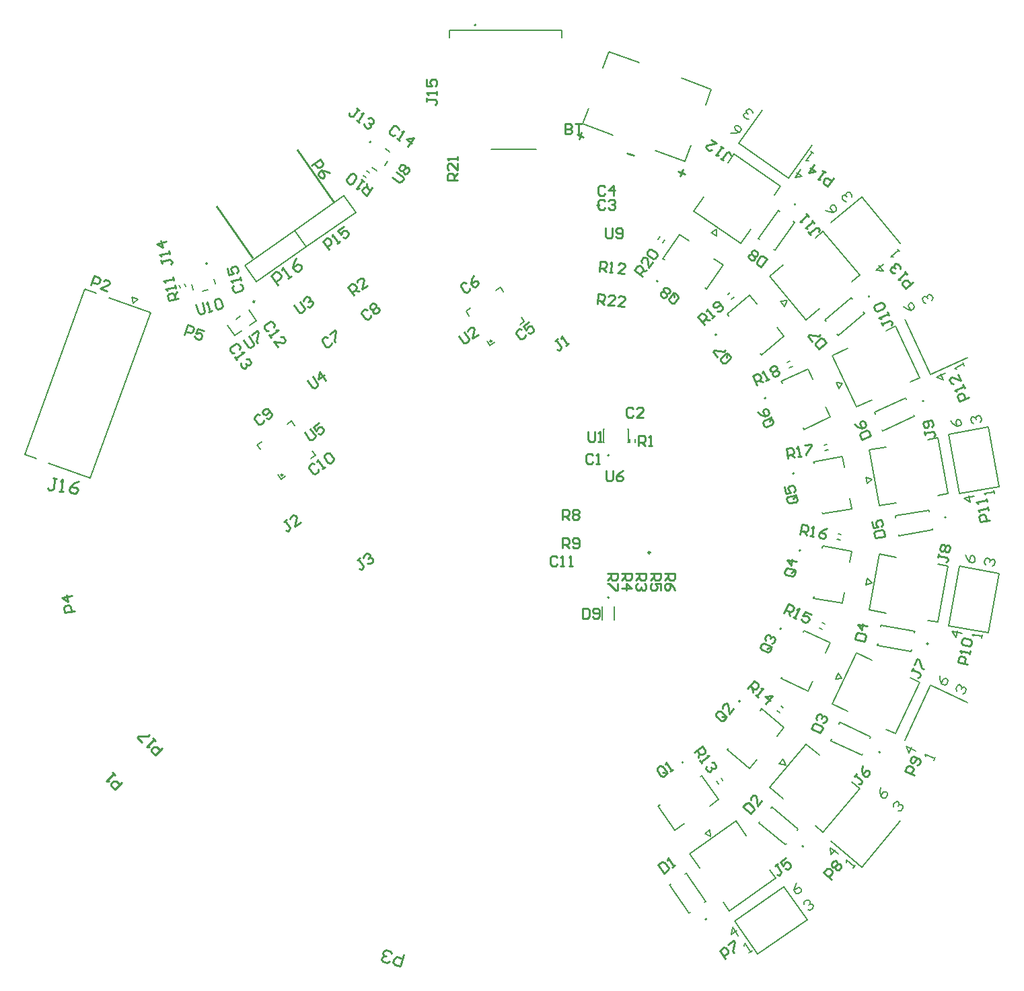
<source format=gto>
G04*
G04 #@! TF.GenerationSoftware,Altium Limited,CircuitStudio,1.5.2 (30)*
G04*
G04 Layer_Color=15065295*
%FSLAX25Y25*%
%MOIN*%
G70*
G01*
G75*
%ADD10C,0.01000*%
%ADD116C,0.00787*%
%ADD117C,0.00600*%
%ADD118C,0.00500*%
%ADD119C,0.00800*%
D10*
X1060098Y417333D02*
G03*
X1060098Y417333I-500J0D01*
G01*
X1034912Y589380D02*
G03*
X1034912Y589380I-500J0D01*
G01*
X878041Y455818D02*
G03*
X878041Y455818I-424J0D01*
G01*
X981531Y522134D02*
G03*
X981531Y522134I-424J0D01*
G01*
X845207Y588916D02*
X863047Y563439D01*
X885197Y616918D02*
X903037Y591440D01*
X1033900Y540500D02*
X1034336Y545479D01*
X1036825Y545261D01*
X1037583Y544359D01*
X1037437Y542699D01*
X1036535Y541942D01*
X1034045Y542160D01*
X1035705Y542015D02*
X1037220Y540210D01*
X1042199Y539774D02*
X1038879Y540064D01*
X1042489Y543093D01*
X1042562Y543923D01*
X1041805Y544826D01*
X1040145Y544971D01*
X1039242Y544214D01*
X1047178Y539338D02*
X1043859Y539629D01*
X1047469Y542658D01*
X1047541Y543488D01*
X1046784Y544390D01*
X1045124Y544535D01*
X1044222Y543778D01*
X1034800Y556700D02*
X1035236Y561679D01*
X1037725Y561461D01*
X1038483Y560559D01*
X1038337Y558899D01*
X1037435Y558142D01*
X1034945Y558360D01*
X1036605Y558215D02*
X1038120Y556410D01*
X1039779Y556264D02*
X1041439Y556119D01*
X1040609Y556192D01*
X1041045Y561171D01*
X1040142Y560414D01*
X1047248Y555611D02*
X1043929Y555901D01*
X1047539Y558930D01*
X1047611Y559760D01*
X1046854Y560663D01*
X1045194Y560808D01*
X1044292Y560051D01*
X875700Y549800D02*
X872260Y554713D01*
X874716Y556433D01*
X876109Y556188D01*
X877255Y554550D01*
X877010Y553158D01*
X874553Y551438D01*
X880613Y553240D02*
X882251Y554387D01*
X881432Y553814D01*
X877992Y558727D01*
X877746Y557335D01*
X884543Y563314D02*
X883479Y561348D01*
X882988Y558564D01*
X884134Y556926D01*
X885527Y556681D01*
X887164Y557828D01*
X887410Y559220D01*
X886837Y560039D01*
X885444Y560284D01*
X882988Y558564D01*
X1056400Y554400D02*
X1052306Y557267D01*
X1053739Y559314D01*
X1054899Y559519D01*
X1056264Y558563D01*
X1056469Y557403D01*
X1055035Y555356D01*
X1055991Y556720D02*
X1058311Y557130D01*
X1061178Y561224D02*
X1059267Y558494D01*
X1058449Y563135D01*
X1057766Y563613D01*
X1056606Y563409D01*
X1055650Y562044D01*
X1055855Y560884D01*
X1058722Y564978D02*
X1058517Y566138D01*
X1059473Y567503D01*
X1060633Y567708D01*
X1063363Y565796D01*
X1063567Y564636D01*
X1062612Y563271D01*
X1061452Y563067D01*
X1058722Y564978D01*
X1086900Y530400D02*
X1083687Y534229D01*
X1085602Y535835D01*
X1086775Y535733D01*
X1087846Y534456D01*
X1087743Y533283D01*
X1085829Y531676D01*
X1087105Y532747D02*
X1089453Y532542D01*
X1090729Y533613D02*
X1092005Y534684D01*
X1091367Y534148D01*
X1088154Y537977D01*
X1088052Y536804D01*
X1093384Y536929D02*
X1094558Y536826D01*
X1095834Y537897D01*
X1095937Y539070D01*
X1093795Y541623D01*
X1092621Y541726D01*
X1091345Y540655D01*
X1091242Y539481D01*
X1091778Y538843D01*
X1092951Y538740D01*
X1094866Y540347D01*
X1112900Y500400D02*
X1110788Y504930D01*
X1113053Y505986D01*
X1114160Y505583D01*
X1114864Y504073D01*
X1114461Y502966D01*
X1112196Y501910D01*
X1113706Y502614D02*
X1115920Y501808D01*
X1117430Y502512D02*
X1118940Y503217D01*
X1118185Y502865D01*
X1116073Y507395D01*
X1115670Y506287D01*
X1119445Y508048D02*
X1119848Y509155D01*
X1121358Y509859D01*
X1122465Y509456D01*
X1122817Y508701D01*
X1122414Y507594D01*
X1123521Y507191D01*
X1123873Y506436D01*
X1123470Y505329D01*
X1121960Y504625D01*
X1120853Y505028D01*
X1120501Y505783D01*
X1120904Y506890D01*
X1119797Y507293D01*
X1119445Y508048D01*
X1120904Y506890D02*
X1122414Y507594D01*
X1128400Y463900D02*
X1127532Y468822D01*
X1129993Y469256D01*
X1130958Y468581D01*
X1131248Y466940D01*
X1130572Y465975D01*
X1128111Y465541D01*
X1129751Y465830D02*
X1131682Y464479D01*
X1133322Y464768D02*
X1134963Y465057D01*
X1134143Y464913D01*
X1133275Y469835D01*
X1132599Y468870D01*
X1136557Y470414D02*
X1139838Y470992D01*
X1139983Y470172D01*
X1137280Y466312D01*
X1137424Y465491D01*
X1134400Y426400D02*
X1135268Y431322D01*
X1137729Y430889D01*
X1138405Y429923D01*
X1138116Y428283D01*
X1137150Y427607D01*
X1134689Y428041D01*
X1136330Y427751D02*
X1137682Y425821D01*
X1139322Y425532D02*
X1140963Y425243D01*
X1140143Y425387D01*
X1141011Y430310D01*
X1140046Y429634D01*
X1147574Y429152D02*
X1145789Y428621D01*
X1143859Y427270D01*
X1143569Y425629D01*
X1144245Y424664D01*
X1145886Y424375D01*
X1146851Y425050D01*
X1146995Y425871D01*
X1146320Y426836D01*
X1143859Y427270D01*
X1126400Y387400D02*
X1128512Y391930D01*
X1130777Y390874D01*
X1131180Y389767D01*
X1130476Y388257D01*
X1129369Y387854D01*
X1127104Y388910D01*
X1128614Y388206D02*
X1129420Y385992D01*
X1130930Y385288D02*
X1132440Y384583D01*
X1131685Y384935D01*
X1133797Y389466D01*
X1132690Y389063D01*
X1139838Y386649D02*
X1136817Y388057D01*
X1135761Y385792D01*
X1137623Y385843D01*
X1138378Y385491D01*
X1138781Y384384D01*
X1138077Y382874D01*
X1136970Y382471D01*
X1135460Y383175D01*
X1135057Y384282D01*
X1108400Y349900D02*
X1111613Y353729D01*
X1113527Y352122D01*
X1113630Y350949D01*
X1112559Y349673D01*
X1111386Y349570D01*
X1109471Y351176D01*
X1110747Y350105D02*
X1110953Y347758D01*
X1112229Y346687D02*
X1113505Y345616D01*
X1112867Y346152D01*
X1116080Y349981D01*
X1114906Y349878D01*
X1117334Y342403D02*
X1120547Y346232D01*
X1117026Y345924D01*
X1119579Y343782D01*
X1081900Y318400D02*
X1085994Y321267D01*
X1087428Y319220D01*
X1087223Y318059D01*
X1085859Y317104D01*
X1084698Y317308D01*
X1083265Y319356D01*
X1084221Y317991D02*
X1083811Y315670D01*
X1084767Y314306D02*
X1085723Y312941D01*
X1085245Y313623D01*
X1089339Y316490D01*
X1088179Y316695D01*
X1090568Y313283D02*
X1091728Y313078D01*
X1092684Y311713D01*
X1092479Y310553D01*
X1091797Y310075D01*
X1090637Y310280D01*
X1090159Y310962D01*
X1090637Y310280D01*
X1090432Y309120D01*
X1089750Y308642D01*
X1088590Y308846D01*
X1087634Y310211D01*
X1087838Y311371D01*
X937900Y217900D02*
X936348Y212106D01*
X933451Y212882D01*
X932744Y214107D01*
X933261Y216038D01*
X934486Y216745D01*
X937383Y215969D01*
X930813Y214624D02*
X929588Y213917D01*
X927657Y214435D01*
X926950Y215659D01*
X927209Y216625D01*
X928433Y217332D01*
X929399Y217073D01*
X928433Y217332D01*
X927726Y218556D01*
X927985Y219522D01*
X929210Y220229D01*
X931141Y219711D01*
X931848Y218487D01*
X774900Y388400D02*
X769978Y387532D01*
X769544Y389993D01*
X770219Y390958D01*
X771860Y391248D01*
X772825Y390572D01*
X773259Y388111D01*
X773598Y395784D02*
X768676Y394916D01*
X771571Y392888D01*
X770992Y396170D01*
X766100Y453866D02*
X764115Y454110D01*
X765108Y453988D01*
X764499Y449027D01*
X763384Y448156D01*
X762392Y448278D01*
X761522Y449392D01*
X767353Y447669D02*
X769338Y447425D01*
X768346Y447547D01*
X769077Y453501D01*
X767963Y452630D01*
X777014Y452526D02*
X774908Y451777D01*
X772680Y450036D01*
X772436Y448052D01*
X773307Y446938D01*
X775291Y446694D01*
X776405Y447565D01*
X776527Y448557D01*
X775657Y449671D01*
X772680Y450036D01*
X900800Y567600D02*
X897933Y571694D01*
X899980Y573128D01*
X901140Y572923D01*
X902096Y571559D01*
X901892Y570398D01*
X899844Y568965D01*
X904894Y570467D02*
X906259Y571423D01*
X905577Y570945D01*
X902710Y575039D01*
X902505Y573879D01*
X908169Y578862D02*
X905439Y576951D01*
X906873Y574903D01*
X907760Y576541D01*
X908442Y577019D01*
X909603Y576815D01*
X910558Y575450D01*
X910354Y574290D01*
X908989Y573334D01*
X907829Y573538D01*
X817710Y562325D02*
X818141Y560716D01*
X817925Y561520D01*
X821949Y562598D01*
X822969Y562009D01*
X823184Y561205D01*
X822595Y560184D01*
X822106Y565228D02*
X821675Y566837D01*
X821891Y566033D01*
X817063Y564739D01*
X818083Y564150D01*
X820381Y571665D02*
X815553Y570372D01*
X818614Y568605D01*
X817752Y571823D01*
X915997Y636583D02*
X914632Y637539D01*
X915314Y637061D01*
X912925Y633649D01*
X911765Y633444D01*
X911082Y633922D01*
X910878Y635082D01*
X914494Y631533D02*
X915859Y630577D01*
X915177Y631055D01*
X918044Y635150D01*
X916884Y634945D01*
X920296Y632556D02*
X921456Y632760D01*
X922821Y631805D01*
X923025Y630645D01*
X922547Y629962D01*
X921387Y629758D01*
X920705Y630235D01*
X921387Y629758D01*
X921592Y628597D01*
X921114Y627915D01*
X919954Y627710D01*
X918589Y628666D01*
X918384Y629826D01*
X835106Y540228D02*
X836184Y536205D01*
X837205Y535616D01*
X838814Y536047D01*
X839403Y537067D01*
X838325Y541090D01*
X841228Y536694D02*
X842837Y537125D01*
X842033Y536909D01*
X840739Y541737D01*
X840150Y540717D01*
X844173Y541795D02*
X844762Y542815D01*
X846372Y543247D01*
X847392Y542658D01*
X848255Y539439D01*
X847666Y538419D01*
X846056Y537987D01*
X845036Y538576D01*
X844173Y541795D01*
X932306Y603267D02*
X935718Y600878D01*
X936878Y601082D01*
X937833Y602447D01*
X937629Y603607D01*
X934217Y605997D01*
X935855Y606884D02*
X935650Y608044D01*
X936606Y609409D01*
X937766Y609613D01*
X938449Y609135D01*
X938653Y607975D01*
X939814Y608180D01*
X940496Y607702D01*
X940700Y606542D01*
X939745Y605177D01*
X938585Y604972D01*
X937902Y605450D01*
X937698Y606610D01*
X936537Y606406D01*
X935855Y606884D01*
X937698Y606610D02*
X938653Y607975D01*
X858533Y522494D02*
X860922Y519082D01*
X862082Y518878D01*
X863447Y519834D01*
X863652Y520994D01*
X861263Y524406D01*
X862628Y525361D02*
X865357Y527273D01*
X865835Y526590D01*
X865017Y521949D01*
X865494Y521267D01*
X853646Y549541D02*
X853057Y548520D01*
X853488Y546911D01*
X854508Y546322D01*
X857727Y547184D01*
X858316Y548205D01*
X857885Y549814D01*
X856864Y550403D01*
X857238Y552228D02*
X856807Y553837D01*
X857022Y553033D01*
X852194Y551739D01*
X853214Y551150D01*
X850469Y558177D02*
X851332Y554958D01*
X853746Y555605D01*
X852510Y556998D01*
X852294Y557803D01*
X852883Y558823D01*
X854493Y559255D01*
X855513Y558666D01*
X855944Y557056D01*
X855355Y556036D01*
X935519Y626901D02*
X935314Y628061D01*
X933949Y629017D01*
X932789Y628812D01*
X930878Y626082D01*
X931082Y624922D01*
X932447Y623967D01*
X933607Y624171D01*
X934494Y622533D02*
X935859Y621577D01*
X935177Y622055D01*
X938044Y626150D01*
X936884Y625945D01*
X939954Y618710D02*
X942821Y622805D01*
X939340Y622191D01*
X942070Y620280D01*
X856723Y518059D02*
X856928Y519220D01*
X855972Y520585D01*
X854812Y520789D01*
X852082Y518878D01*
X851878Y517718D01*
X852833Y516353D01*
X853994Y516148D01*
X854267Y514306D02*
X855223Y512941D01*
X854745Y513623D01*
X858839Y516490D01*
X857679Y516695D01*
X860068Y513283D02*
X861228Y513078D01*
X862184Y511713D01*
X861979Y510553D01*
X861297Y510075D01*
X860137Y510280D01*
X859659Y510962D01*
X860137Y510280D01*
X859932Y509120D01*
X859250Y508642D01*
X858090Y508846D01*
X857134Y510211D01*
X857339Y511371D01*
X873723Y529060D02*
X873928Y530220D01*
X872972Y531585D01*
X871812Y531789D01*
X869082Y529878D01*
X868878Y528718D01*
X869833Y527353D01*
X870994Y527148D01*
X871267Y525306D02*
X872223Y523941D01*
X871745Y524623D01*
X875839Y527490D01*
X874679Y527695D01*
X875567Y519164D02*
X873656Y521894D01*
X878297Y521075D01*
X878979Y521553D01*
X879184Y522713D01*
X878228Y524078D01*
X877068Y524283D01*
X1026500Y389698D02*
Y384700D01*
X1028999D01*
X1029832Y385533D01*
Y388865D01*
X1028999Y389698D01*
X1026500D01*
X1031498Y385533D02*
X1032331Y384700D01*
X1033998D01*
X1034831Y385533D01*
Y388865D01*
X1033998Y389698D01*
X1032331D01*
X1031498Y388865D01*
Y388032D01*
X1032331Y387199D01*
X1034831D01*
X1017859Y629830D02*
Y624832D01*
X1020358D01*
X1021191Y625665D01*
Y626498D01*
X1020358Y627331D01*
X1017859D01*
X1020358D01*
X1021191Y628164D01*
Y628997D01*
X1020358Y629830D01*
X1017859D01*
X1022857D02*
X1026189D01*
X1024523D01*
Y624832D01*
X949402Y642732D02*
Y641066D01*
Y641899D01*
X953567D01*
X954400Y641066D01*
Y640233D01*
X953567Y639400D01*
X954400Y644398D02*
Y646065D01*
Y645231D01*
X949402D01*
X950235Y644398D01*
X949402Y651896D02*
Y648564D01*
X951901D01*
X951068Y650230D01*
Y651063D01*
X951901Y651896D01*
X953567D01*
X954400Y651063D01*
Y649397D01*
X953567Y648564D01*
X818400Y320400D02*
X814866Y316866D01*
X813098Y318633D01*
X813098Y319811D01*
X814277Y320989D01*
X815455Y320989D01*
X817222Y319222D01*
X814866Y323934D02*
X813688Y325113D01*
X814277Y324523D01*
X810742Y320989D01*
X811920D01*
X808386Y323345D02*
X806030Y325702D01*
X806619Y326291D01*
X811331D01*
X811920Y326880D01*
X968844Y551046D02*
X967684Y551251D01*
X966319Y550295D01*
X966115Y549135D01*
X968026Y546405D01*
X969186Y546201D01*
X970551Y547156D01*
X970756Y548316D01*
X972461Y554595D02*
X971574Y552957D01*
X971165Y550637D01*
X972120Y549272D01*
X973281Y549067D01*
X974646Y550023D01*
X974850Y551183D01*
X974372Y551866D01*
X973212Y552070D01*
X971165Y550637D01*
X996340Y527923D02*
X995180Y528128D01*
X993816Y527172D01*
X993611Y526012D01*
X995522Y523282D01*
X996682Y523078D01*
X998047Y524033D01*
X998252Y525194D01*
X999957Y531473D02*
X997227Y529561D01*
X998661Y527514D01*
X999548Y529152D01*
X1000230Y529630D01*
X1001391Y529425D01*
X1002346Y528061D01*
X1002142Y526900D01*
X1000777Y525945D01*
X999617Y526149D01*
X965133Y524694D02*
X967522Y521282D01*
X968682Y521078D01*
X970047Y522034D01*
X970252Y523194D01*
X967863Y526606D01*
X974824Y525378D02*
X972094Y523467D01*
X972913Y528108D01*
X972435Y528790D01*
X971275Y528995D01*
X969910Y528039D01*
X969705Y526879D01*
X1115033Y558806D02*
X1117900Y562900D01*
X1115853Y564333D01*
X1114692Y564129D01*
X1112781Y561399D01*
X1112986Y560239D01*
X1115033Y558806D01*
X1111416Y562355D02*
X1110256Y562150D01*
X1108891Y563106D01*
X1108687Y564266D01*
X1109165Y564949D01*
X1110325Y565153D01*
X1110120Y566314D01*
X1110598Y566996D01*
X1111758Y567200D01*
X1113123Y566245D01*
X1113328Y565085D01*
X1112850Y564402D01*
X1111690Y564198D01*
X1111894Y563037D01*
X1111416Y562355D01*
X1111690Y564198D02*
X1110325Y565153D01*
X1143571Y518187D02*
X1147400Y521400D01*
X1145794Y523315D01*
X1144620Y523417D01*
X1142067Y521275D01*
X1141965Y520102D01*
X1143571Y518187D01*
X1140358Y522016D02*
X1138216Y524569D01*
X1138854Y525104D01*
X1143549Y524693D01*
X1144187Y525229D01*
X1164870Y473288D02*
X1169400Y475400D01*
X1168344Y477665D01*
X1167237Y478068D01*
X1164217Y476660D01*
X1163814Y475553D01*
X1164870Y473288D01*
X1161349Y480838D02*
X1162808Y479680D01*
X1165023Y478874D01*
X1166533Y479578D01*
X1166936Y480685D01*
X1166231Y482195D01*
X1165124Y482598D01*
X1164369Y482246D01*
X1163966Y481139D01*
X1165023Y478874D01*
X1171478Y424532D02*
X1176400Y425400D01*
X1175966Y427861D01*
X1175001Y428537D01*
X1171719Y427958D01*
X1171044Y426993D01*
X1171478Y424532D01*
X1170031Y432736D02*
X1170610Y429455D01*
X1173071Y429888D01*
X1171961Y431385D01*
X1171816Y432205D01*
X1172492Y433170D01*
X1174133Y433459D01*
X1175098Y432784D01*
X1175387Y431143D01*
X1174712Y430178D01*
X1161478Y374268D02*
X1166400Y373400D01*
X1166834Y375861D01*
X1166158Y376826D01*
X1162877Y377405D01*
X1161911Y376729D01*
X1161478Y374268D01*
X1167702Y380784D02*
X1162780Y381652D01*
X1164807Y378756D01*
X1165385Y382038D01*
X1139870Y330012D02*
X1144400Y327900D01*
X1145456Y330165D01*
X1145053Y331272D01*
X1142033Y332680D01*
X1140926Y332277D01*
X1139870Y330012D01*
X1142737Y334190D02*
X1142334Y335297D01*
X1143038Y336807D01*
X1144146Y337210D01*
X1144901Y336858D01*
X1145304Y335751D01*
X1144952Y334996D01*
X1145304Y335751D01*
X1146411Y336154D01*
X1147166Y335802D01*
X1147569Y334695D01*
X1146865Y333185D01*
X1145757Y332782D01*
X1106071Y291113D02*
X1109900Y287900D01*
X1111506Y289814D01*
X1111404Y290988D01*
X1108851Y293130D01*
X1107677Y293027D01*
X1106071Y291113D01*
X1115255Y294282D02*
X1113113Y291729D01*
X1112702Y296424D01*
X1112064Y296959D01*
X1110890Y296856D01*
X1109819Y295580D01*
X1109922Y294406D01*
X1064033Y262494D02*
X1066900Y258400D01*
X1068947Y259834D01*
X1069152Y260994D01*
X1067241Y263723D01*
X1066080Y263928D01*
X1064033Y262494D01*
X1070994Y261267D02*
X1072359Y262223D01*
X1071677Y261745D01*
X1068810Y265839D01*
X1068605Y264679D01*
X1071192Y545629D02*
X1069281Y542899D01*
X1069486Y541739D01*
X1070851Y540783D01*
X1072011Y540988D01*
X1073922Y543718D01*
X1073718Y544878D01*
X1072353Y545833D01*
X1072079Y543991D02*
X1071670Y546311D01*
X1072353Y545833D02*
X1071192Y545629D01*
X1067916Y543855D02*
X1066756Y543650D01*
X1065391Y544606D01*
X1065187Y545766D01*
X1065665Y546449D01*
X1066825Y546653D01*
X1066620Y547814D01*
X1067098Y548496D01*
X1068258Y548700D01*
X1069623Y547745D01*
X1069828Y546585D01*
X1069350Y545902D01*
X1068190Y545698D01*
X1068394Y544537D01*
X1067916Y543855D01*
X1068190Y545698D02*
X1066825Y546653D01*
X1097617Y515777D02*
X1095064Y513635D01*
X1094961Y512461D01*
X1096033Y511185D01*
X1097206Y511082D01*
X1099759Y513224D01*
X1099861Y514398D01*
X1098790Y515674D01*
X1098050Y513965D02*
X1098255Y516312D01*
X1098790Y515674D02*
X1097617Y515777D01*
X1093355Y514376D02*
X1091213Y516928D01*
X1091851Y517464D01*
X1096546Y517053D01*
X1097184Y517589D01*
X1119237Y484068D02*
X1116217Y482660D01*
X1115814Y481553D01*
X1116518Y480043D01*
X1117625Y479640D01*
X1120645Y481048D01*
X1121048Y482155D01*
X1120344Y483665D01*
X1119186Y482206D02*
X1119992Y484420D01*
X1120344Y483665D02*
X1119237Y484068D01*
X1113349Y486838D02*
X1114808Y485680D01*
X1117023Y484874D01*
X1118533Y485578D01*
X1118935Y486685D01*
X1118231Y488195D01*
X1117124Y488598D01*
X1116369Y488246D01*
X1115966Y487139D01*
X1117023Y484874D01*
X1131544Y445642D02*
X1128263Y445063D01*
X1127587Y444098D01*
X1127876Y442457D01*
X1128841Y441782D01*
X1132123Y442360D01*
X1132799Y443325D01*
X1132509Y444966D01*
X1131013Y443856D02*
X1132365Y445787D01*
X1132509Y444966D02*
X1131544Y445642D01*
X1126574Y449841D02*
X1127153Y446559D01*
X1129614Y446993D01*
X1128504Y448490D01*
X1128360Y449310D01*
X1129035Y450275D01*
X1130676Y450564D01*
X1131641Y449889D01*
X1131931Y448248D01*
X1131255Y447283D01*
X1217900Y494400D02*
X1213370Y492288D01*
X1212314Y494553D01*
X1212717Y495660D01*
X1214227Y496364D01*
X1215334Y495961D01*
X1216390Y493696D01*
X1215788Y498930D02*
X1215084Y500440D01*
X1215436Y499685D01*
X1210905Y497573D01*
X1212012Y497170D01*
X1212619Y505725D02*
X1214027Y502705D01*
X1209599Y504317D01*
X1208844Y503965D01*
X1208441Y502858D01*
X1209145Y501348D01*
X1210252Y500945D01*
X1217400Y361900D02*
X1212478Y362768D01*
X1212912Y365229D01*
X1213877Y365905D01*
X1215517Y365616D01*
X1216193Y364651D01*
X1215759Y362189D01*
X1218268Y366822D02*
X1218557Y368463D01*
X1218413Y367643D01*
X1213490Y368511D01*
X1214166Y367546D01*
X1214889Y371648D02*
X1214213Y372613D01*
X1214503Y374254D01*
X1215468Y374929D01*
X1218750Y374351D01*
X1219425Y373386D01*
X1219136Y371745D01*
X1218171Y371069D01*
X1214889Y371648D01*
X1149900Y255400D02*
X1146071Y258613D01*
X1147678Y260527D01*
X1148851Y260630D01*
X1150127Y259559D01*
X1150230Y258385D01*
X1148624Y256471D01*
X1149922Y261906D02*
X1149819Y263080D01*
X1150890Y264356D01*
X1152064Y264459D01*
X1152702Y263924D01*
X1152805Y262750D01*
X1153979Y262853D01*
X1154617Y262317D01*
X1154719Y261143D01*
X1153648Y259867D01*
X1152475Y259765D01*
X1151837Y260300D01*
X1151734Y261474D01*
X1150560Y261371D01*
X1149922Y261906D01*
X1151734Y261474D02*
X1152805Y262750D01*
X1094803Y612717D02*
X1096168Y611761D01*
X1095486Y612239D01*
X1097875Y615651D01*
X1099035Y615856D01*
X1099718Y615378D01*
X1099922Y614218D01*
X1096306Y617767D02*
X1094941Y618723D01*
X1095623Y618245D01*
X1092756Y614150D01*
X1093916Y614355D01*
X1090164Y622067D02*
X1092894Y620156D01*
X1088253Y619338D01*
X1087775Y618655D01*
X1087979Y617495D01*
X1089344Y616539D01*
X1090504Y616744D01*
X1150900Y602900D02*
X1148033Y598806D01*
X1145986Y600239D01*
X1145781Y601399D01*
X1146737Y602764D01*
X1147897Y602969D01*
X1149944Y601535D01*
X1146806Y605767D02*
X1145441Y606723D01*
X1146123Y606245D01*
X1143256Y602150D01*
X1144416Y602355D01*
X1141346Y609590D02*
X1138479Y605495D01*
X1141960Y606109D01*
X1139230Y608020D01*
X1190400Y551400D02*
X1186571Y548187D01*
X1184965Y550102D01*
X1185067Y551275D01*
X1186344Y552346D01*
X1187517Y552244D01*
X1189124Y550329D01*
X1187187Y555229D02*
X1186116Y556505D01*
X1186652Y555867D01*
X1182823Y552654D01*
X1183996Y552552D01*
X1181319Y555742D02*
X1180145Y555845D01*
X1179074Y557121D01*
X1179177Y558295D01*
X1179815Y558830D01*
X1180989Y558728D01*
X1181524Y558090D01*
X1180989Y558728D01*
X1181091Y559902D01*
X1181730Y560437D01*
X1182903Y560334D01*
X1183974Y559058D01*
X1183871Y557884D01*
X1190278Y360033D02*
X1189574Y358522D01*
X1189926Y359277D01*
X1193701Y357517D01*
X1194104Y356410D01*
X1193752Y355655D01*
X1192645Y355252D01*
X1190982Y361543D02*
X1192391Y364563D01*
X1193146Y364211D01*
X1194757Y359782D01*
X1195512Y359430D01*
X1123263Y262906D02*
X1121898Y261950D01*
X1122580Y262428D01*
X1124969Y259016D01*
X1124765Y257856D01*
X1124082Y257378D01*
X1122922Y257582D01*
X1127357Y265773D02*
X1124627Y263861D01*
X1126061Y261814D01*
X1126948Y263452D01*
X1127630Y263930D01*
X1128791Y263725D01*
X1129746Y262361D01*
X1129542Y261200D01*
X1128177Y260245D01*
X1127017Y260449D01*
X1162213Y307666D02*
X1161142Y306389D01*
X1161677Y307027D01*
X1164868Y304350D01*
X1164971Y303176D01*
X1164435Y302538D01*
X1163262Y302435D01*
X1165426Y311494D02*
X1164993Y309683D01*
X1165198Y307335D01*
X1166475Y306264D01*
X1167648Y306367D01*
X1168719Y307644D01*
X1168617Y308817D01*
X1167978Y309353D01*
X1166805Y309250D01*
X1165198Y307335D01*
X1097400Y215900D02*
X1094533Y219994D01*
X1096580Y221428D01*
X1097740Y221223D01*
X1098696Y219859D01*
X1098492Y218698D01*
X1096444Y217265D01*
X1098627Y222861D02*
X1101357Y224773D01*
X1101835Y224090D01*
X1101017Y219449D01*
X1101494Y218767D01*
X1190900Y306900D02*
X1186370Y309012D01*
X1187426Y311277D01*
X1188533Y311680D01*
X1190043Y310976D01*
X1190446Y309869D01*
X1189390Y307604D01*
X1192257Y311782D02*
X1193365Y312185D01*
X1194069Y313695D01*
X1193666Y314802D01*
X1190646Y316211D01*
X1189538Y315808D01*
X1188834Y314298D01*
X1189237Y313190D01*
X1189992Y312838D01*
X1191099Y313241D01*
X1192156Y315506D01*
X1228400Y433400D02*
X1223478Y432532D01*
X1223044Y434993D01*
X1223719Y435958D01*
X1225360Y436248D01*
X1226325Y435572D01*
X1226759Y433111D01*
X1227532Y438322D02*
X1227243Y439963D01*
X1227387Y439143D01*
X1222465Y438275D01*
X1223430Y437599D01*
X1226809Y442424D02*
X1226519Y444065D01*
X1226664Y443245D01*
X1221742Y442377D01*
X1222707Y441701D01*
X1203056Y416550D02*
X1202767Y414909D01*
X1202911Y415729D01*
X1207014Y415006D01*
X1207689Y414041D01*
X1207545Y413220D01*
X1206580Y412545D01*
X1204166Y418046D02*
X1203490Y419011D01*
X1203780Y420652D01*
X1204745Y421327D01*
X1205565Y421183D01*
X1206241Y420218D01*
X1207206Y420893D01*
X1208026Y420749D01*
X1208702Y419784D01*
X1208413Y418143D01*
X1207448Y417467D01*
X1206627Y417612D01*
X1205951Y418577D01*
X1204986Y417901D01*
X1204166Y418046D01*
X1205951Y418577D02*
X1206241Y420218D01*
X1195899Y477314D02*
X1196188Y475673D01*
X1196044Y476493D01*
X1200146Y477217D01*
X1201111Y476541D01*
X1201255Y475720D01*
X1200580Y474755D01*
X1199712Y479678D02*
X1200387Y480643D01*
X1200098Y482284D01*
X1199133Y482959D01*
X1195851Y482381D01*
X1195176Y481416D01*
X1195465Y479775D01*
X1196430Y479099D01*
X1197250Y479244D01*
X1197926Y480209D01*
X1197492Y482670D01*
X1174462Y531308D02*
X1175166Y529798D01*
X1174814Y530553D01*
X1178589Y532313D01*
X1179696Y531910D01*
X1180048Y531155D01*
X1179645Y530048D01*
X1178288Y534930D02*
X1177584Y536440D01*
X1177936Y535685D01*
X1173405Y533573D01*
X1174512Y533170D01*
X1172752Y536945D02*
X1171645Y537348D01*
X1170941Y538858D01*
X1171344Y539965D01*
X1174364Y541373D01*
X1175471Y540970D01*
X1176175Y539460D01*
X1175772Y538353D01*
X1172752Y536945D01*
X1138429Y576240D02*
X1139500Y574963D01*
X1138965Y575602D01*
X1142155Y578279D01*
X1143329Y578176D01*
X1143865Y577538D01*
X1143762Y576365D01*
X1141187Y580729D02*
X1140116Y582005D01*
X1140652Y581367D01*
X1136823Y578154D01*
X1137996Y578052D01*
X1138510Y583920D02*
X1137439Y585196D01*
X1137974Y584558D01*
X1134145Y581345D01*
X1135319Y581242D01*
X1068152Y308494D02*
X1066241Y311223D01*
X1065080Y311428D01*
X1063715Y310472D01*
X1063511Y309312D01*
X1065422Y306582D01*
X1066582Y306378D01*
X1067947Y307333D01*
X1066309Y308221D02*
X1068630Y307811D01*
X1067947Y307333D02*
X1068152Y308494D01*
X1069994Y308767D02*
X1071359Y309723D01*
X1070677Y309245D01*
X1067810Y313339D01*
X1067605Y312179D01*
X1097404Y336488D02*
X1094851Y338630D01*
X1093678Y338527D01*
X1092607Y337251D01*
X1092709Y336077D01*
X1095262Y333935D01*
X1096436Y334038D01*
X1097507Y335314D01*
X1095695Y335747D02*
X1098042Y335953D01*
X1097507Y335314D02*
X1097404Y336488D01*
X1101255Y339782D02*
X1099113Y337229D01*
X1098702Y341924D01*
X1098064Y342459D01*
X1096890Y342356D01*
X1095819Y341080D01*
X1095922Y339906D01*
X1119553Y370772D02*
X1116533Y372180D01*
X1115426Y371777D01*
X1114722Y370267D01*
X1115125Y369160D01*
X1118145Y367752D01*
X1119252Y368155D01*
X1119956Y369665D01*
X1118094Y369614D02*
X1120308Y370420D01*
X1119956Y369665D02*
X1119553Y370772D01*
X1117237Y373690D02*
X1116834Y374798D01*
X1117539Y376308D01*
X1118646Y376711D01*
X1119401Y376358D01*
X1119804Y375251D01*
X1119452Y374496D01*
X1119804Y375251D01*
X1120911Y375654D01*
X1121666Y375302D01*
X1122069Y374195D01*
X1121364Y372685D01*
X1120257Y372282D01*
X1131158Y408826D02*
X1127877Y409405D01*
X1126912Y408729D01*
X1126622Y407088D01*
X1127298Y406123D01*
X1130580Y405545D01*
X1131545Y406220D01*
X1131834Y407861D01*
X1130048Y407330D02*
X1131979Y408682D01*
X1131834Y407861D02*
X1131158Y408826D01*
X1132702Y412784D02*
X1127779Y413652D01*
X1129807Y410756D01*
X1130385Y414038D01*
X890233Y502494D02*
X892622Y499082D01*
X893782Y498878D01*
X895147Y499833D01*
X895352Y500994D01*
X892963Y504406D01*
X899242Y502700D02*
X896375Y506795D01*
X895761Y503314D01*
X898491Y505226D01*
X826400Y543400D02*
X821572Y542106D01*
X820925Y544520D01*
X821514Y545541D01*
X823123Y545972D01*
X824144Y545383D01*
X824791Y542969D01*
X824359Y544578D02*
X825538Y546619D01*
X825106Y548228D02*
X824675Y549837D01*
X824891Y549033D01*
X820063Y547739D01*
X821083Y547150D01*
X824028Y552251D02*
X823597Y553861D01*
X823813Y553056D01*
X818985Y551762D01*
X820005Y551173D01*
X1037732Y598565D02*
X1036899Y599398D01*
X1035233D01*
X1034400Y598565D01*
Y595233D01*
X1035233Y594400D01*
X1036899D01*
X1037732Y595233D01*
X1041898Y594400D02*
Y599398D01*
X1039398Y596899D01*
X1042731D01*
X1037732Y591565D02*
X1036899Y592398D01*
X1035233D01*
X1034400Y591565D01*
Y588233D01*
X1035233Y587400D01*
X1036899D01*
X1037732Y588233D01*
X1039398Y591565D02*
X1040231Y592398D01*
X1041898D01*
X1042731Y591565D01*
Y590732D01*
X1041898Y589899D01*
X1041064D01*
X1041898D01*
X1042731Y589066D01*
Y588233D01*
X1041898Y587400D01*
X1040231D01*
X1039398Y588233D01*
X783031Y549816D02*
X784740Y554513D01*
X787088Y553658D01*
X787586Y552590D01*
X787017Y551025D01*
X785949Y550527D01*
X783600Y551382D01*
X790859Y546967D02*
X787727Y548106D01*
X791998Y550098D01*
X792283Y550881D01*
X791785Y551949D01*
X790220Y552518D01*
X789152Y552021D01*
X1016600Y419500D02*
Y424498D01*
X1019099D01*
X1019932Y423665D01*
Y421999D01*
X1019099Y421166D01*
X1016600D01*
X1018266D02*
X1019932Y419500D01*
X1021598Y420333D02*
X1022431Y419500D01*
X1024098D01*
X1024931Y420333D01*
Y423665D01*
X1024098Y424498D01*
X1022431D01*
X1021598Y423665D01*
Y422832D01*
X1022431Y421999D01*
X1024931D01*
X892400Y609400D02*
X896494Y612267D01*
X897928Y610220D01*
X897723Y609059D01*
X896358Y608104D01*
X895198Y608308D01*
X893765Y610356D01*
X901273Y605443D02*
X899635Y606330D01*
X897314Y606739D01*
X895949Y605783D01*
X895745Y604623D01*
X896700Y603258D01*
X897861Y603054D01*
X898543Y603532D01*
X898748Y604692D01*
X897314Y606739D01*
X1051732Y488565D02*
X1050899Y489398D01*
X1049233D01*
X1048400Y488565D01*
Y485233D01*
X1049233Y484400D01*
X1050899D01*
X1051732Y485233D01*
X1056731Y484400D02*
X1053398D01*
X1056731Y487732D01*
Y488565D01*
X1055898Y489398D01*
X1054231D01*
X1053398Y488565D01*
X1031732Y465565D02*
X1030899Y466398D01*
X1029233D01*
X1028400Y465565D01*
Y462233D01*
X1029233Y461400D01*
X1030899D01*
X1031732Y462233D01*
X1033398Y461400D02*
X1035065D01*
X1034231D01*
Y466398D01*
X1033398Y465565D01*
X1054400Y470400D02*
Y475398D01*
X1056899D01*
X1057732Y474565D01*
Y472899D01*
X1056899Y472066D01*
X1054400D01*
X1056066D02*
X1057732Y470400D01*
X1059398D02*
X1061065D01*
X1060231D01*
Y475398D01*
X1059398Y474565D01*
X1029400Y477398D02*
Y473233D01*
X1030233Y472400D01*
X1031899D01*
X1032732Y473233D01*
Y477398D01*
X1034398Y472400D02*
X1036065D01*
X1035231D01*
Y477398D01*
X1034398Y476565D01*
X922400Y598400D02*
X919533Y594306D01*
X917486Y595739D01*
X917281Y596899D01*
X918237Y598264D01*
X919397Y598469D01*
X921444Y597035D01*
X920080Y597991D02*
X919670Y600311D01*
X918306Y601267D02*
X916941Y602223D01*
X917623Y601745D01*
X914756Y597650D01*
X915916Y597855D01*
X912504Y600244D02*
X911344Y600039D01*
X909979Y600995D01*
X909775Y602155D01*
X911686Y604885D01*
X912846Y605090D01*
X914211Y604134D01*
X914416Y602974D01*
X912504Y600244D01*
X1038000Y578198D02*
Y574033D01*
X1038833Y573200D01*
X1040499D01*
X1041332Y574033D01*
Y578198D01*
X1042998Y574033D02*
X1043831Y573200D01*
X1045498D01*
X1046331Y574033D01*
Y577365D01*
X1045498Y578198D01*
X1043831D01*
X1042998Y577365D01*
Y576532D01*
X1043831Y575699D01*
X1046331D01*
X1014163Y523106D02*
X1012798Y522150D01*
X1013480Y522628D01*
X1015869Y519216D01*
X1015665Y518056D01*
X1014982Y517578D01*
X1013822Y517782D01*
X1018394Y519967D02*
X1019759Y520923D01*
X1019077Y520445D01*
X1016210Y524539D01*
X1016005Y523379D01*
X916263Y414406D02*
X914898Y413450D01*
X915580Y413928D01*
X917969Y410516D01*
X917765Y409356D01*
X917082Y408878D01*
X915922Y409082D01*
X918105Y414679D02*
X918310Y415839D01*
X919675Y416795D01*
X920835Y416590D01*
X921313Y415908D01*
X921108Y414748D01*
X920426Y414270D01*
X921108Y414748D01*
X922268Y414543D01*
X922746Y413861D01*
X922542Y412700D01*
X921177Y411745D01*
X920017Y411949D01*
X879863Y433506D02*
X878498Y432550D01*
X879180Y433028D01*
X881569Y429616D01*
X881365Y428456D01*
X880682Y427978D01*
X879522Y428182D01*
X886824Y432278D02*
X884094Y430367D01*
X884913Y435008D01*
X884435Y435690D01*
X883275Y435895D01*
X881910Y434939D01*
X881705Y433779D01*
X1045925Y407000D02*
X1050923D01*
Y404501D01*
X1050090Y403668D01*
X1048424D01*
X1047591Y404501D01*
Y407000D01*
Y405334D02*
X1045925Y403668D01*
Y399502D02*
X1050923D01*
X1048424Y402002D01*
Y398669D01*
X1053050Y407000D02*
X1058048D01*
Y404501D01*
X1057215Y403668D01*
X1055549D01*
X1054716Y404501D01*
Y407000D01*
Y405334D02*
X1053050Y403668D01*
X1057215Y402002D02*
X1058048Y401169D01*
Y399502D01*
X1057215Y398669D01*
X1056382D01*
X1055549Y399502D01*
Y400336D01*
Y399502D01*
X1054716Y398669D01*
X1053883D01*
X1053050Y399502D01*
Y401169D01*
X1053883Y402002D01*
X883733Y539794D02*
X886122Y536382D01*
X887282Y536178D01*
X888647Y537134D01*
X888852Y538294D01*
X886463Y541706D01*
X888305Y541979D02*
X888510Y543139D01*
X889875Y544095D01*
X891035Y543890D01*
X891513Y543208D01*
X891308Y542048D01*
X890626Y541570D01*
X891308Y542048D01*
X892468Y541843D01*
X892946Y541161D01*
X892742Y540000D01*
X891377Y539045D01*
X890217Y539249D01*
X900241Y524023D02*
X899080Y524228D01*
X897715Y523272D01*
X897511Y522112D01*
X899422Y519382D01*
X900582Y519178D01*
X901947Y520133D01*
X902152Y521294D01*
X901128Y525661D02*
X903857Y527573D01*
X904335Y526890D01*
X903517Y522249D01*
X903994Y521567D01*
X919841Y537723D02*
X918680Y537928D01*
X917315Y536972D01*
X917111Y535812D01*
X919022Y533082D01*
X920182Y532878D01*
X921547Y533834D01*
X921752Y534994D01*
X921205Y538679D02*
X921410Y539839D01*
X922775Y540795D01*
X923935Y540590D01*
X924413Y539908D01*
X924208Y538748D01*
X925368Y538543D01*
X925846Y537861D01*
X925642Y536700D01*
X924277Y535745D01*
X923117Y535949D01*
X922639Y536632D01*
X922843Y537792D01*
X921683Y537997D01*
X921205Y538679D01*
X922843Y537792D02*
X924208Y538748D01*
X1014032Y414765D02*
X1013199Y415598D01*
X1011533D01*
X1010700Y414765D01*
Y411433D01*
X1011533Y410600D01*
X1013199D01*
X1014032Y411433D01*
X1015698Y410600D02*
X1017365D01*
X1016531D01*
Y415598D01*
X1015698Y414765D01*
X1019864Y410600D02*
X1021530D01*
X1020697D01*
Y415598D01*
X1019864Y414765D01*
X829400Y525400D02*
X831110Y530097D01*
X833458Y529242D01*
X833956Y528174D01*
X833386Y526609D01*
X832318Y526111D01*
X829970Y526966D01*
X838938Y527248D02*
X835806Y528387D01*
X834952Y526039D01*
X836802Y526252D01*
X837585Y525967D01*
X838083Y524899D01*
X837513Y523334D01*
X836445Y522836D01*
X834880Y523406D01*
X834382Y524473D01*
X1038800Y407000D02*
X1043798D01*
Y404501D01*
X1042965Y403668D01*
X1041299D01*
X1040466Y404501D01*
Y407000D01*
Y405334D02*
X1038800Y403668D01*
X1043798Y402002D02*
Y398669D01*
X1042965D01*
X1039633Y402002D01*
X1038800D01*
X1016600Y433600D02*
Y438598D01*
X1019099D01*
X1019932Y437765D01*
Y436099D01*
X1019099Y435266D01*
X1016600D01*
X1018266D02*
X1019932Y433600D01*
X1021598Y437765D02*
X1022431Y438598D01*
X1024098D01*
X1024931Y437765D01*
Y436932D01*
X1024098Y436099D01*
X1024931Y435266D01*
Y434433D01*
X1024098Y433600D01*
X1022431D01*
X1021598Y434433D01*
Y435266D01*
X1022431Y436099D01*
X1021598Y436932D01*
Y437765D01*
X1022431Y436099D02*
X1024098D01*
X1038200Y457898D02*
Y453733D01*
X1039033Y452900D01*
X1040699D01*
X1041532Y453733D01*
Y457898D01*
X1046531D02*
X1044864Y457065D01*
X1043198Y455399D01*
Y453733D01*
X1044031Y452900D01*
X1045698D01*
X1046531Y453733D01*
Y454566D01*
X1045698Y455399D01*
X1043198D01*
X798400Y303400D02*
X794866Y299866D01*
X793098Y301633D01*
X793098Y302811D01*
X794277Y303989D01*
X795455Y303989D01*
X797222Y302222D01*
X794866Y306934D02*
X793687Y308113D01*
X794277Y307523D01*
X790742Y303989D01*
X791920D01*
X889033Y476794D02*
X891422Y473382D01*
X892582Y473178D01*
X893947Y474133D01*
X894152Y475294D01*
X891763Y478706D01*
X895857Y481573D02*
X893128Y479661D01*
X894561Y477614D01*
X895448Y479252D01*
X896130Y479730D01*
X897291Y479526D01*
X898246Y478161D01*
X898042Y477000D01*
X896677Y476045D01*
X895517Y476249D01*
X866640Y485623D02*
X865480Y485828D01*
X864116Y484872D01*
X863911Y483712D01*
X865822Y480982D01*
X866982Y480778D01*
X868347Y481734D01*
X868552Y482894D01*
X869917Y483849D02*
X871077Y483645D01*
X872442Y484600D01*
X872646Y485761D01*
X870735Y488490D01*
X869575Y488695D01*
X868210Y487739D01*
X868005Y486579D01*
X868483Y485897D01*
X869643Y485692D01*
X871691Y487125D01*
X893740Y461223D02*
X892580Y461428D01*
X891216Y460472D01*
X891011Y459312D01*
X892922Y456582D01*
X894082Y456378D01*
X895447Y457334D01*
X895652Y458494D01*
X897494Y458767D02*
X898859Y459723D01*
X898177Y459245D01*
X895310Y463339D01*
X895105Y462179D01*
X898517Y464568D02*
X898722Y465728D01*
X900087Y466684D01*
X901247Y466479D01*
X903158Y463750D01*
X902954Y462590D01*
X901589Y461634D01*
X900429Y461838D01*
X898517Y464568D01*
X1060175Y407000D02*
X1065173D01*
Y404501D01*
X1064340Y403668D01*
X1062674D01*
X1061841Y404501D01*
Y407000D01*
Y405334D02*
X1060175Y403668D01*
X1065173Y398669D02*
Y402002D01*
X1062674D01*
X1063507Y400336D01*
Y399502D01*
X1062674Y398669D01*
X1061008D01*
X1060175Y399502D01*
Y401169D01*
X1061008Y402002D01*
X1067300Y407000D02*
X1072298D01*
Y404501D01*
X1071465Y403668D01*
X1069799D01*
X1068966Y404501D01*
Y407000D01*
Y405334D02*
X1067300Y403668D01*
X1072298Y398669D02*
X1071465Y400336D01*
X1069799Y402002D01*
X1068133D01*
X1067300Y401169D01*
Y399502D01*
X1068133Y398669D01*
X1068966D01*
X1069799Y399502D01*
Y402002D01*
X964600Y601900D02*
X959602D01*
Y604399D01*
X960435Y605232D01*
X962101D01*
X962934Y604399D01*
Y601900D01*
Y603566D02*
X964600Y605232D01*
Y610231D02*
Y606898D01*
X961268Y610231D01*
X960435D01*
X959602Y609398D01*
Y607731D01*
X960435Y606898D01*
X964600Y611897D02*
Y613563D01*
Y612730D01*
X959602D01*
X960435Y611897D01*
X913200Y544900D02*
X910333Y548994D01*
X912380Y550428D01*
X913540Y550223D01*
X914496Y548858D01*
X914292Y547698D01*
X912244Y546265D01*
X913609Y547221D02*
X915930Y546811D01*
X920024Y549678D02*
X917294Y547767D01*
X918113Y552408D01*
X917635Y553090D01*
X916475Y553295D01*
X915110Y552339D01*
X914905Y551179D01*
X1077201Y604990D02*
X1074070Y606130D01*
X1075065Y603994D02*
X1076205Y607125D01*
X1026927Y623288D02*
X1023796Y624428D01*
X1024792Y622292D02*
X1025931Y625423D01*
X1051829Y614224D02*
X1048698Y615364D01*
D116*
X1174110Y318307D02*
G03*
X1174110Y318307I-394J0D01*
G01*
X1125054Y379546D02*
G03*
X1125054Y379546I-394J0D01*
G01*
X1136085Y271622D02*
G03*
X1136085Y271622I-394J0D01*
G01*
X1104642Y343581D02*
G03*
X1104642Y343581I-394J0D01*
G01*
X1076446Y313225D02*
G03*
X1076446Y313225I-394J0D01*
G01*
X1088076Y235499D02*
G03*
X1088076Y235499I-394J0D01*
G01*
X1039694Y394974D02*
G03*
X1039694Y394974I-394J0D01*
G01*
X973794Y678805D02*
G03*
X973794Y678805I-394J0D01*
G01*
X1039767Y465483D02*
G03*
X1039767Y465483I-394J0D01*
G01*
X840670Y560532D02*
G03*
X840670Y560532I-394J0D01*
G01*
X921754Y620847D02*
G03*
X921754Y620847I-394J0D01*
G01*
X1197822Y372081D02*
G03*
X1197822Y372081I-394J0D01*
G01*
X1134563Y418397D02*
G03*
X1134563Y418397I-394J0D01*
G01*
X1206678Y434693D02*
G03*
X1206678Y434693I-394J0D01*
G01*
X1131419Y456439D02*
G03*
X1131419Y456439I-394J0D01*
G01*
X1195664Y492472D02*
G03*
X1195664Y492472I-394J0D01*
G01*
X1117401Y493868D02*
G03*
X1117401Y493868I-394J0D01*
G01*
X1168867Y544309D02*
G03*
X1168867Y544309I-394J0D01*
G01*
X1093001Y525292D02*
G03*
X1093001Y525292I-394J0D01*
G01*
X1063884Y551788D02*
G03*
X1063884Y551788I-394J0D01*
G01*
X1132126Y589874D02*
G03*
X1132126Y589874I-394J0D01*
G01*
X883853Y576956D02*
X908428Y594164D01*
X883853Y576956D02*
X889589Y568765D01*
X914164Y585972D01*
X908428Y594164D02*
X914164Y585972D01*
X1144013Y380035D02*
X1145441Y379369D01*
X1145178Y382532D02*
X1146605Y381867D01*
X1186332Y324246D02*
X1199010Y351435D01*
X1217136Y342983D01*
X1123069Y339044D02*
X1124275Y338032D01*
X1124840Y341156D02*
X1126046Y340143D01*
X1149506Y274204D02*
X1164827Y261348D01*
X1184110Y284329D01*
X1092915Y303873D02*
X1093819Y302584D01*
X1095173Y305454D02*
X1096076Y304164D01*
X1113283Y218116D02*
X1137857Y235323D01*
X1101811Y234499D02*
X1113283Y218116D01*
X1101811Y234499D02*
X1126386Y251706D01*
X1137857Y235323D01*
X864972Y551536D02*
X889547Y568744D01*
X883811Y576935D02*
X889547Y568744D01*
X859236Y559728D02*
X883811Y576935D01*
X859236Y559728D02*
X864972Y551536D01*
X1049822Y471913D02*
X1049822Y473487D01*
X1052578D02*
X1052578Y471913D01*
X826765Y549975D02*
X827173Y548454D01*
X829427Y550688D02*
X829835Y549167D01*
X917912Y604239D02*
X919202Y603335D01*
X919492Y606496D02*
X920782Y605593D01*
X1152736Y423878D02*
X1154287Y423604D01*
X1153215Y426592D02*
X1154766Y426318D01*
X1208052Y380943D02*
X1227748Y377470D01*
X1232957Y407014D01*
X1213261Y410487D02*
X1232957Y407014D01*
X1208052Y380943D02*
X1213261Y410487D01*
X1146597Y467940D02*
X1148148Y468213D01*
X1146119Y470653D02*
X1147669Y470927D01*
X1227748Y479530D02*
X1232957Y449986D01*
X1208052Y476057D02*
X1213261Y446513D01*
X1232957Y449986D01*
X1208052Y476057D02*
X1227748Y479530D01*
X1129072Y509007D02*
X1130499Y509673D01*
X1127907Y511505D02*
X1129335Y512170D01*
X1186332Y532754D02*
X1199010Y505565D01*
X1217136Y514017D01*
X1100343Y543039D02*
X1101550Y544051D01*
X1098572Y545150D02*
X1099778Y546162D01*
X1164827Y593652D02*
X1184110Y570671D01*
X1149506Y580796D02*
X1164827Y593652D01*
X1104084Y620126D02*
X1115555Y636509D01*
X1104084Y620126D02*
X1128658Y602919D01*
X1140130Y619302D01*
X1066369Y570931D02*
X1067272Y572221D01*
X1064111Y572512D02*
X1065015Y573802D01*
D117*
X863344Y541399D02*
G03*
X864163Y541973I410J287D01*
G01*
D02*
G03*
X863344Y541399I-410J-287D01*
G01*
X861214Y537466D02*
X864885Y532224D01*
X854236Y524767D02*
X857595Y527119D01*
X850565Y530010D02*
X854236Y524767D01*
X854825Y532993D02*
X856955Y534484D01*
X861527Y529872D02*
X864885Y532224D01*
X865363Y470616D02*
X867564Y472157D01*
X882319Y482489D02*
X883860Y480288D01*
X891991Y463991D02*
X894192Y465532D01*
X877236Y453659D02*
X879437Y455201D01*
X892651Y467733D02*
X894192Y465532D01*
X880118Y480948D02*
X882319Y482489D01*
X865363Y470616D02*
X866904Y468415D01*
X875695Y455860D02*
X877236Y453659D01*
X979185Y522177D02*
X980726Y519976D01*
X968853Y536932D02*
X970394Y534731D01*
X983609Y547264D02*
X985810Y548805D01*
X996142Y534050D02*
X997683Y531849D01*
X980726Y519976D02*
X982927Y521517D01*
X995482Y530307D02*
X997683Y531849D01*
X985810Y548805D02*
X987351Y546604D01*
X968853Y536932D02*
X971054Y538473D01*
D118*
X1165039Y316792D02*
X1165389Y317542D01*
X1168950Y325178D02*
X1169299Y325927D01*
X1149589Y323997D02*
X1149939Y324746D01*
X1153499Y332382D02*
X1153849Y333132D01*
X1169299Y325927D01*
X1149589Y323997D02*
X1165039Y316792D01*
X1188817Y355167D02*
X1193456Y353004D01*
X1181559Y327492D02*
X1193456Y353004D01*
X1176921Y329655D02*
X1181559Y327492D01*
X1150267Y342084D02*
X1158099Y338432D01*
X1150267Y342084D02*
X1162163Y367596D01*
X1169995Y363944D01*
X1151863Y354589D02*
X1153194Y357444D01*
X1151863Y354589D02*
X1155026Y354852D01*
X1153194Y357444D02*
X1155026Y354852D01*
X1125072Y354810D02*
X1125488Y355702D01*
X1125072Y354810D02*
X1138274Y348654D01*
X1140604Y353649D01*
X1135804Y377824D02*
X1136220Y378717D01*
X1149422Y372560D01*
X1147093Y367565D02*
X1149422Y372560D01*
X1126918Y272406D02*
X1127450Y273039D01*
X1132865Y279493D02*
X1133397Y280126D01*
X1113859Y283364D02*
X1114391Y283997D01*
X1119806Y290451D02*
X1120338Y291084D01*
X1133397Y280126D01*
X1113859Y283364D02*
X1126918Y272406D01*
X1159910Y303428D02*
X1163831Y300138D01*
X1145736Y278574D02*
X1163831Y300138D01*
X1141816Y281864D02*
X1145736Y278574D01*
X1119287Y300768D02*
X1125907Y295214D01*
X1119287Y300768D02*
X1137381Y322332D01*
X1144001Y316777D01*
X1124065Y312434D02*
X1126089Y314847D01*
X1124065Y312434D02*
X1127188Y311869D01*
X1126089Y314847D02*
X1127188Y311869D01*
X1098244Y319581D02*
X1098877Y320335D01*
X1098244Y319581D02*
X1109403Y310218D01*
X1112946Y314440D01*
X1114567Y339034D02*
X1115200Y339788D01*
X1126359Y330425D01*
X1122816Y326202D02*
X1126359Y330425D01*
X1064041Y291598D02*
X1064847Y292162D01*
X1064041Y291598D02*
X1072396Y279665D01*
X1076911Y282827D01*
X1084842Y306163D02*
X1085649Y306728D01*
X1094004Y294795D01*
X1089489Y291634D02*
X1094004Y294795D01*
X1119425Y260035D02*
X1122360Y255842D01*
X1099302Y239696D02*
X1122360Y255842D01*
X1096366Y243889D02*
X1099302Y239696D01*
X1079497Y267980D02*
X1084454Y260901D01*
X1079497Y267980D02*
X1102556Y284126D01*
X1107513Y277047D01*
X1087132Y278011D02*
X1089712Y279818D01*
X1087132Y278011D02*
X1090003Y276657D01*
X1089712Y279818D02*
X1090003Y276657D01*
X1079411Y238526D02*
X1080088Y239001D01*
X1086990Y243833D02*
X1087667Y244307D01*
X1069633Y252491D02*
X1070310Y252965D01*
X1077212Y257797D02*
X1077889Y258272D01*
X1087667Y244307D01*
X1069633Y252491D02*
X1079411Y238526D01*
X1042168Y383753D02*
Y390446D01*
X1036432Y383753D02*
Y390446D01*
X1062547Y616712D02*
X1077382Y611312D01*
X1080243Y619174D01*
X1026624Y629787D02*
X1041459Y624387D01*
X1026624Y629787D02*
X1029485Y637648D01*
X1087515Y639152D02*
X1090376Y647013D01*
X1075541Y652413D02*
X1090376Y647013D01*
X1039618Y665488D02*
X1054453Y660088D01*
X1036757Y657626D02*
X1039618Y665488D01*
X960565Y672467D02*
Y676187D01*
X1016235D01*
Y672467D02*
Y676187D01*
X981313Y617329D02*
X1003754D01*
X1037011Y471857D02*
X1037011Y478550D01*
X1049216Y471857D02*
Y478550D01*
X1048822Y471857D02*
X1049216Y471857D01*
X1048822Y478550D02*
X1049216D01*
X1037011Y478550D02*
X1037405Y478550D01*
X1037011Y471857D02*
X1037405Y471857D01*
X750281Y465964D02*
X755941Y463903D01*
X750281Y465964D02*
X780106Y547909D01*
X785767Y545849D01*
X791908Y543614D02*
X812552Y536100D01*
X782726Y454154D02*
X812552Y536100D01*
X762082Y461668D02*
X782726Y454154D01*
X803355Y543868D02*
X806314Y542790D01*
X803355Y543868D02*
X803892Y540739D01*
X806314Y542790D01*
X843917Y553030D02*
X844589Y550520D01*
X838280Y546914D02*
X840828Y547596D01*
X832889Y550075D02*
X833561Y547565D01*
X928972Y617440D02*
X931100Y615949D01*
X928585Y609131D02*
X930098Y611292D01*
X922423Y608087D02*
X924552Y606597D01*
X1189439Y368373D02*
X1189583Y369187D01*
X1191046Y377484D02*
X1191189Y378299D01*
X1172651Y371333D02*
X1172794Y372148D01*
X1174257Y380445D02*
X1174401Y381259D01*
X1191189Y378299D01*
X1172651Y371333D02*
X1189439Y368373D01*
X1167451Y404433D02*
X1169891Y402403D01*
X1166904Y401331D02*
X1169891Y402403D01*
X1166904Y401331D02*
X1167451Y404433D01*
X1173487Y416561D02*
X1181998Y415060D01*
X1168599Y388839D02*
X1173487Y416561D01*
X1168599Y388839D02*
X1177110Y387338D01*
X1197562Y383732D02*
X1202602Y382843D01*
X1207490Y410565D01*
X1202450Y411454D02*
X1207490Y410565D01*
X1140969Y394610D02*
X1141140Y395580D01*
X1140969Y394610D02*
X1155315Y392081D01*
X1156272Y397509D01*
X1145379Y419618D02*
X1145550Y420587D01*
X1159895Y418058D01*
X1158938Y412630D02*
X1159895Y418058D01*
X1199902Y429290D02*
X1200045Y428476D01*
X1198295Y438402D02*
X1198439Y437587D01*
X1183113Y426330D02*
X1183257Y425516D01*
X1181507Y435441D02*
X1181650Y434627D01*
X1181507Y435441D02*
X1198295Y438402D01*
X1183257Y425516D02*
X1200045Y428476D01*
X1155315Y464919D02*
X1156272Y459491D01*
X1140969Y462390D02*
X1155315Y464919D01*
X1140969Y462390D02*
X1141140Y461420D01*
X1158938Y444370D02*
X1159895Y438942D01*
X1145550Y436412D02*
X1159895Y438942D01*
X1145379Y437382D02*
X1145550Y436412D01*
X1167075Y454700D02*
X1170062Y453627D01*
X1167622Y451598D02*
X1170062Y453627D01*
X1167075Y454700D02*
X1167622Y451598D01*
X1168599Y468161D02*
X1177110Y469662D01*
X1168599Y468161D02*
X1173487Y440439D01*
X1181998Y441940D01*
X1202450Y445546D02*
X1207490Y446435D01*
X1202602Y474157D02*
X1207490Y446435D01*
X1197562Y473268D02*
X1202602Y474157D01*
X1190503Y485601D02*
X1190852Y484851D01*
X1186593Y493986D02*
X1186942Y493236D01*
X1175053Y478396D02*
X1175402Y477647D01*
X1171143Y486781D02*
X1171492Y486032D01*
X1171143Y486781D02*
X1186593Y493986D01*
X1175402Y477647D02*
X1190852Y484851D01*
X1138274Y508346D02*
X1140604Y503351D01*
X1125072Y502190D02*
X1138274Y508346D01*
X1125072Y502190D02*
X1125488Y501298D01*
X1147093Y489435D02*
X1149422Y484440D01*
X1136220Y478283D02*
X1149422Y484440D01*
X1135804Y479175D02*
X1136220Y478283D01*
X1152279Y501519D02*
X1155442Y501256D01*
X1153610Y498664D02*
X1155442Y501256D01*
X1152279Y501519D02*
X1153610Y498664D01*
X1150267Y514916D02*
X1158099Y518568D01*
X1150267Y514916D02*
X1162163Y489404D01*
X1169995Y493056D01*
X1188817Y501833D02*
X1193456Y503996D01*
X1181559Y529508D02*
X1193456Y503996D01*
X1176921Y527345D02*
X1181559Y529508D01*
X1165647Y536439D02*
X1166179Y535805D01*
X1159700Y543526D02*
X1160232Y542893D01*
X1152588Y525481D02*
X1153120Y524848D01*
X1146641Y532568D02*
X1147173Y531935D01*
X1146641Y532568D02*
X1159700Y543526D01*
X1153120Y524848D02*
X1166179Y535805D01*
X1109403Y544782D02*
X1112946Y540560D01*
X1098244Y535419D02*
X1109403Y544782D01*
X1098244Y535419D02*
X1098877Y534664D01*
X1122816Y528797D02*
X1126359Y524575D01*
X1115200Y515212D02*
X1126359Y524575D01*
X1114567Y515966D02*
X1115200Y515212D01*
X1124697Y541812D02*
X1127821Y542377D01*
X1126722Y539399D02*
X1127821Y542377D01*
X1124697Y541812D02*
X1126722Y539399D01*
X1119287Y554232D02*
X1125907Y559786D01*
X1119287Y554232D02*
X1137381Y532668D01*
X1144001Y538223D01*
X1159910Y551572D02*
X1163831Y554862D01*
X1145736Y576426D02*
X1163831Y554862D01*
X1141816Y573136D02*
X1145736Y576426D01*
X1098639Y610737D02*
X1101574Y614929D01*
X1124633Y598783D01*
X1121697Y594591D02*
X1124633Y598783D01*
X1104829Y570500D02*
X1109785Y577579D01*
X1081770Y586646D02*
X1104829Y570500D01*
X1081770Y586646D02*
X1086727Y593725D01*
X1090211Y576049D02*
X1092791Y574243D01*
X1093081Y577404D01*
X1090211Y576049D02*
X1093081Y577404D01*
X1074669Y574960D02*
X1079184Y571799D01*
X1066314Y563027D02*
X1074669Y574960D01*
X1066314Y563027D02*
X1067120Y562463D01*
X1091761Y562992D02*
X1096276Y559830D01*
X1087921Y547898D02*
X1096276Y559830D01*
X1087115Y548462D02*
X1087921Y547898D01*
X1131039Y581540D02*
X1131716Y581066D01*
X1123460Y586847D02*
X1124137Y586373D01*
X1121261Y567576D02*
X1121938Y567101D01*
X1113682Y572883D02*
X1114360Y572408D01*
X1113682Y572883D02*
X1123460Y586847D01*
X1121938Y567101D02*
X1131716Y581066D01*
D119*
X1203500Y356328D02*
X1203551Y354466D01*
X1204357Y352252D01*
X1205867Y351548D01*
X1206974Y351951D01*
X1207678Y353461D01*
X1207275Y354568D01*
X1206520Y354920D01*
X1205413Y354517D01*
X1204357Y352252D01*
X1211910Y348730D02*
X1211507Y349837D01*
X1212211Y351347D01*
X1213318Y351750D01*
X1214073Y351398D01*
X1214476Y350291D01*
X1214124Y349536D01*
X1214476Y350291D01*
X1215584Y350694D01*
X1216339Y350342D01*
X1216741Y349235D01*
X1216037Y347725D01*
X1214930Y347322D01*
X1200471Y314343D02*
X1201175Y315853D01*
X1200823Y315098D01*
X1196293Y317210D01*
X1196696Y316103D01*
X1191619Y319021D02*
X1187089Y321134D01*
X1188298Y317812D01*
X1189706Y320832D01*
X1153261Y267789D02*
X1149432Y271002D01*
X1149740Y267481D01*
X1151882Y270033D01*
X1160600Y260978D02*
X1161671Y262255D01*
X1161136Y261616D01*
X1157307Y264829D01*
X1157409Y263656D01*
X1180550Y291233D02*
X1180447Y292407D01*
X1181518Y293683D01*
X1182692Y293786D01*
X1183330Y293250D01*
X1183432Y292077D01*
X1182897Y291439D01*
X1183432Y292077D01*
X1184606Y292180D01*
X1185244Y291644D01*
X1185347Y290470D01*
X1184276Y289194D01*
X1183102Y289091D01*
X1174393Y300749D02*
X1173960Y298938D01*
X1174166Y296590D01*
X1175442Y295519D01*
X1176616Y295622D01*
X1177687Y296898D01*
X1177584Y298072D01*
X1176946Y298607D01*
X1175772Y298505D01*
X1174166Y296590D01*
X1132721Y253699D02*
X1131834Y252061D01*
X1131425Y249740D01*
X1132380Y248375D01*
X1133541Y248171D01*
X1134906Y249127D01*
X1135110Y250287D01*
X1134632Y250969D01*
X1133472Y251174D01*
X1131425Y249740D01*
X1136205Y242914D02*
X1136409Y244074D01*
X1137774Y245029D01*
X1138935Y244825D01*
X1139412Y244142D01*
X1139208Y242982D01*
X1138525Y242504D01*
X1139208Y242982D01*
X1140368Y242778D01*
X1140846Y242095D01*
X1140641Y240935D01*
X1139276Y239979D01*
X1138116Y240184D01*
X1109105Y218853D02*
X1110469Y219808D01*
X1109787Y219331D01*
X1106920Y223425D01*
X1106715Y222265D01*
X1103778Y227331D02*
X1100911Y231425D01*
X1100297Y227944D01*
X1103027Y229856D01*
X1214511Y377264D02*
X1209589Y378132D01*
X1211616Y375237D01*
X1212195Y378519D01*
X1224273Y375036D02*
X1224562Y376677D01*
X1224417Y375857D01*
X1219495Y376725D01*
X1220170Y375760D01*
X1226422Y411213D02*
X1225746Y412178D01*
X1226035Y413819D01*
X1227001Y414494D01*
X1227821Y414350D01*
X1228497Y413385D01*
X1228352Y412564D01*
X1228497Y413385D01*
X1229462Y414060D01*
X1230282Y413916D01*
X1230958Y412951D01*
X1230669Y411310D01*
X1229704Y410634D01*
X1216332Y416375D02*
X1216863Y414590D01*
X1218215Y412660D01*
X1219855Y412371D01*
X1220821Y413046D01*
X1221110Y414687D01*
X1220434Y415652D01*
X1219614Y415797D01*
X1218649Y415121D01*
X1218215Y412660D01*
X1208923Y482641D02*
X1210033Y481145D01*
X1211963Y479793D01*
X1213604Y480082D01*
X1214280Y481047D01*
X1213990Y482688D01*
X1213025Y483364D01*
X1212205Y483219D01*
X1211529Y482254D01*
X1211963Y479793D01*
X1220170Y481240D02*
X1219205Y481916D01*
X1218916Y483557D01*
X1219592Y484522D01*
X1220412Y484667D01*
X1221377Y483991D01*
X1221522Y483170D01*
X1221377Y483991D01*
X1222053Y484956D01*
X1222873Y485101D01*
X1223839Y484425D01*
X1224128Y482784D01*
X1223452Y481819D01*
X1230524Y446511D02*
X1230235Y448151D01*
X1230379Y447331D01*
X1225457Y446463D01*
X1226422Y445787D01*
X1220589Y445266D02*
X1215667Y444398D01*
X1218562Y442370D01*
X1217983Y445652D01*
X1206411Y506256D02*
X1201881Y504144D01*
X1205202Y502935D01*
X1203794Y505955D01*
X1215685Y510030D02*
X1214981Y511540D01*
X1215333Y510785D01*
X1210803Y508673D01*
X1211910Y508270D01*
X1196696Y540897D02*
X1195589Y541300D01*
X1194885Y542810D01*
X1195288Y543917D01*
X1196043Y544269D01*
X1197150Y543866D01*
X1197502Y543111D01*
X1197150Y543866D01*
X1197553Y544973D01*
X1198308Y545325D01*
X1199415Y544922D01*
X1200119Y543412D01*
X1199716Y542305D01*
X1185470Y539339D02*
X1186929Y538181D01*
X1189143Y537375D01*
X1190653Y538079D01*
X1191056Y539186D01*
X1190352Y540696D01*
X1189245Y541099D01*
X1188490Y540747D01*
X1188087Y539640D01*
X1189143Y537375D01*
X1175759Y560399D02*
X1171930Y557186D01*
X1175451Y556878D01*
X1173309Y559430D01*
X1183740Y566444D02*
X1182670Y567720D01*
X1183205Y567082D01*
X1179376Y563869D01*
X1180550Y563767D01*
X1157409Y591344D02*
X1156236Y591447D01*
X1155165Y592723D01*
X1155267Y593897D01*
X1155906Y594432D01*
X1157079Y594330D01*
X1157615Y593691D01*
X1157079Y594330D01*
X1157182Y595503D01*
X1157820Y596039D01*
X1158994Y595936D01*
X1160065Y594660D01*
X1159962Y593486D01*
X1146969Y586934D02*
X1148678Y586193D01*
X1151025Y585987D01*
X1152302Y587058D01*
X1152404Y588232D01*
X1151333Y589508D01*
X1150159Y589611D01*
X1149521Y589075D01*
X1149419Y587902D01*
X1151025Y585987D01*
X1134722Y607219D02*
X1131855Y603124D01*
X1135336Y603738D01*
X1132606Y605649D01*
X1140867Y615124D02*
X1139502Y616080D01*
X1140184Y615602D01*
X1137317Y611507D01*
X1138478Y611712D01*
X1108988Y632361D02*
X1107828Y632156D01*
X1106463Y633112D01*
X1106258Y634272D01*
X1106736Y634954D01*
X1107897Y635159D01*
X1108579Y634681D01*
X1107897Y635159D01*
X1107692Y636319D01*
X1108170Y637002D01*
X1109330Y637206D01*
X1110695Y636250D01*
X1110899Y635090D01*
X1100045Y625398D02*
X1101888Y625125D01*
X1104208Y625534D01*
X1105164Y626899D01*
X1104959Y628059D01*
X1103594Y629015D01*
X1102434Y628810D01*
X1101956Y628128D01*
X1102161Y626967D01*
X1104208Y625534D01*
M02*

</source>
